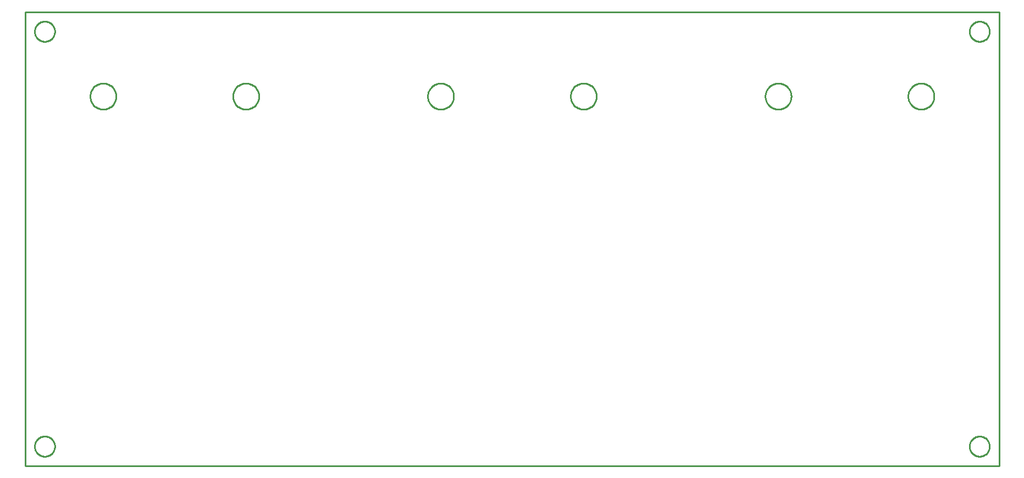
<source format=gbr>
G04 EAGLE Gerber RS-274X export*
G75*
%MOMM*%
%FSLAX34Y34*%
%LPD*%
%IN*%
%IPPOS*%
%AMOC8*
5,1,8,0,0,1.08239X$1,22.5*%
G01*
%ADD10C,0.254000*%


D10*
X0Y0D02*
X1500000Y0D01*
X1500000Y700000D01*
X0Y700000D01*
X0Y0D01*
X45500Y669446D02*
X45421Y668342D01*
X45263Y667246D01*
X45028Y666164D01*
X44716Y665102D01*
X44329Y664065D01*
X43869Y663058D01*
X43339Y662086D01*
X42740Y661154D01*
X42077Y660268D01*
X41352Y659431D01*
X40569Y658648D01*
X39732Y657923D01*
X38846Y657260D01*
X37914Y656661D01*
X36943Y656131D01*
X35935Y655671D01*
X34898Y655284D01*
X33836Y654972D01*
X32754Y654737D01*
X31658Y654579D01*
X30554Y654500D01*
X29446Y654500D01*
X28342Y654579D01*
X27246Y654737D01*
X26164Y654972D01*
X25102Y655284D01*
X24065Y655671D01*
X23058Y656131D01*
X22086Y656661D01*
X21154Y657260D01*
X20268Y657923D01*
X19431Y658648D01*
X18648Y659431D01*
X17923Y660268D01*
X17260Y661154D01*
X16661Y662086D01*
X16131Y663058D01*
X15671Y664065D01*
X15284Y665102D01*
X14972Y666164D01*
X14737Y667246D01*
X14579Y668342D01*
X14500Y669446D01*
X14500Y670554D01*
X14579Y671658D01*
X14737Y672754D01*
X14972Y673836D01*
X15284Y674898D01*
X15671Y675935D01*
X16131Y676943D01*
X16661Y677914D01*
X17260Y678846D01*
X17923Y679732D01*
X18648Y680569D01*
X19431Y681352D01*
X20268Y682077D01*
X21154Y682740D01*
X22086Y683339D01*
X23058Y683869D01*
X24065Y684329D01*
X25102Y684716D01*
X26164Y685028D01*
X27246Y685263D01*
X28342Y685421D01*
X29446Y685500D01*
X30554Y685500D01*
X31658Y685421D01*
X32754Y685263D01*
X33836Y685028D01*
X34898Y684716D01*
X35935Y684329D01*
X36943Y683869D01*
X37914Y683339D01*
X38846Y682740D01*
X39732Y682077D01*
X40569Y681352D01*
X41352Y680569D01*
X42077Y679732D01*
X42740Y678846D01*
X43339Y677914D01*
X43869Y676943D01*
X44329Y675935D01*
X44716Y674898D01*
X45028Y673836D01*
X45263Y672754D01*
X45421Y671658D01*
X45500Y670554D01*
X45500Y669446D01*
X45500Y29446D02*
X45421Y28342D01*
X45263Y27246D01*
X45028Y26164D01*
X44716Y25102D01*
X44329Y24065D01*
X43869Y23058D01*
X43339Y22086D01*
X42740Y21154D01*
X42077Y20268D01*
X41352Y19431D01*
X40569Y18648D01*
X39732Y17923D01*
X38846Y17260D01*
X37914Y16661D01*
X36943Y16131D01*
X35935Y15671D01*
X34898Y15284D01*
X33836Y14972D01*
X32754Y14737D01*
X31658Y14579D01*
X30554Y14500D01*
X29446Y14500D01*
X28342Y14579D01*
X27246Y14737D01*
X26164Y14972D01*
X25102Y15284D01*
X24065Y15671D01*
X23058Y16131D01*
X22086Y16661D01*
X21154Y17260D01*
X20268Y17923D01*
X19431Y18648D01*
X18648Y19431D01*
X17923Y20268D01*
X17260Y21154D01*
X16661Y22086D01*
X16131Y23058D01*
X15671Y24065D01*
X15284Y25102D01*
X14972Y26164D01*
X14737Y27246D01*
X14579Y28342D01*
X14500Y29446D01*
X14500Y30554D01*
X14579Y31658D01*
X14737Y32754D01*
X14972Y33836D01*
X15284Y34898D01*
X15671Y35935D01*
X16131Y36943D01*
X16661Y37914D01*
X17260Y38846D01*
X17923Y39732D01*
X18648Y40569D01*
X19431Y41352D01*
X20268Y42077D01*
X21154Y42740D01*
X22086Y43339D01*
X23058Y43869D01*
X24065Y44329D01*
X25102Y44716D01*
X26164Y45028D01*
X27246Y45263D01*
X28342Y45421D01*
X29446Y45500D01*
X30554Y45500D01*
X31658Y45421D01*
X32754Y45263D01*
X33836Y45028D01*
X34898Y44716D01*
X35935Y44329D01*
X36943Y43869D01*
X37914Y43339D01*
X38846Y42740D01*
X39732Y42077D01*
X40569Y41352D01*
X41352Y40569D01*
X42077Y39732D01*
X42740Y38846D01*
X43339Y37914D01*
X43869Y36943D01*
X44329Y35935D01*
X44716Y34898D01*
X45028Y33836D01*
X45263Y32754D01*
X45421Y31658D01*
X45500Y30554D01*
X45500Y29446D01*
X1485500Y669446D02*
X1485421Y668342D01*
X1485263Y667246D01*
X1485028Y666164D01*
X1484716Y665102D01*
X1484329Y664065D01*
X1483869Y663058D01*
X1483339Y662086D01*
X1482740Y661154D01*
X1482077Y660268D01*
X1481352Y659431D01*
X1480569Y658648D01*
X1479732Y657923D01*
X1478846Y657260D01*
X1477914Y656661D01*
X1476943Y656131D01*
X1475935Y655671D01*
X1474898Y655284D01*
X1473836Y654972D01*
X1472754Y654737D01*
X1471658Y654579D01*
X1470554Y654500D01*
X1469446Y654500D01*
X1468342Y654579D01*
X1467246Y654737D01*
X1466164Y654972D01*
X1465102Y655284D01*
X1464065Y655671D01*
X1463058Y656131D01*
X1462086Y656661D01*
X1461154Y657260D01*
X1460268Y657923D01*
X1459431Y658648D01*
X1458648Y659431D01*
X1457923Y660268D01*
X1457260Y661154D01*
X1456661Y662086D01*
X1456131Y663058D01*
X1455671Y664065D01*
X1455284Y665102D01*
X1454972Y666164D01*
X1454737Y667246D01*
X1454579Y668342D01*
X1454500Y669446D01*
X1454500Y670554D01*
X1454579Y671658D01*
X1454737Y672754D01*
X1454972Y673836D01*
X1455284Y674898D01*
X1455671Y675935D01*
X1456131Y676943D01*
X1456661Y677914D01*
X1457260Y678846D01*
X1457923Y679732D01*
X1458648Y680569D01*
X1459431Y681352D01*
X1460268Y682077D01*
X1461154Y682740D01*
X1462086Y683339D01*
X1463058Y683869D01*
X1464065Y684329D01*
X1465102Y684716D01*
X1466164Y685028D01*
X1467246Y685263D01*
X1468342Y685421D01*
X1469446Y685500D01*
X1470554Y685500D01*
X1471658Y685421D01*
X1472754Y685263D01*
X1473836Y685028D01*
X1474898Y684716D01*
X1475935Y684329D01*
X1476943Y683869D01*
X1477914Y683339D01*
X1478846Y682740D01*
X1479732Y682077D01*
X1480569Y681352D01*
X1481352Y680569D01*
X1482077Y679732D01*
X1482740Y678846D01*
X1483339Y677914D01*
X1483869Y676943D01*
X1484329Y675935D01*
X1484716Y674898D01*
X1485028Y673836D01*
X1485263Y672754D01*
X1485421Y671658D01*
X1485500Y670554D01*
X1485500Y669446D01*
X1485500Y29446D02*
X1485421Y28342D01*
X1485263Y27246D01*
X1485028Y26164D01*
X1484716Y25102D01*
X1484329Y24065D01*
X1483869Y23058D01*
X1483339Y22086D01*
X1482740Y21154D01*
X1482077Y20268D01*
X1481352Y19431D01*
X1480569Y18648D01*
X1479732Y17923D01*
X1478846Y17260D01*
X1477914Y16661D01*
X1476943Y16131D01*
X1475935Y15671D01*
X1474898Y15284D01*
X1473836Y14972D01*
X1472754Y14737D01*
X1471658Y14579D01*
X1470554Y14500D01*
X1469446Y14500D01*
X1468342Y14579D01*
X1467246Y14737D01*
X1466164Y14972D01*
X1465102Y15284D01*
X1464065Y15671D01*
X1463058Y16131D01*
X1462086Y16661D01*
X1461154Y17260D01*
X1460268Y17923D01*
X1459431Y18648D01*
X1458648Y19431D01*
X1457923Y20268D01*
X1457260Y21154D01*
X1456661Y22086D01*
X1456131Y23058D01*
X1455671Y24065D01*
X1455284Y25102D01*
X1454972Y26164D01*
X1454737Y27246D01*
X1454579Y28342D01*
X1454500Y29446D01*
X1454500Y30554D01*
X1454579Y31658D01*
X1454737Y32754D01*
X1454972Y33836D01*
X1455284Y34898D01*
X1455671Y35935D01*
X1456131Y36943D01*
X1456661Y37914D01*
X1457260Y38846D01*
X1457923Y39732D01*
X1458648Y40569D01*
X1459431Y41352D01*
X1460268Y42077D01*
X1461154Y42740D01*
X1462086Y43339D01*
X1463058Y43869D01*
X1464065Y44329D01*
X1465102Y44716D01*
X1466164Y45028D01*
X1467246Y45263D01*
X1468342Y45421D01*
X1469446Y45500D01*
X1470554Y45500D01*
X1471658Y45421D01*
X1472754Y45263D01*
X1473836Y45028D01*
X1474898Y44716D01*
X1475935Y44329D01*
X1476943Y43869D01*
X1477914Y43339D01*
X1478846Y42740D01*
X1479732Y42077D01*
X1480569Y41352D01*
X1481352Y40569D01*
X1482077Y39732D01*
X1482740Y38846D01*
X1483339Y37914D01*
X1483869Y36943D01*
X1484329Y35935D01*
X1484716Y34898D01*
X1485028Y33836D01*
X1485263Y32754D01*
X1485421Y31658D01*
X1485500Y30554D01*
X1485500Y29446D01*
X140000Y569396D02*
X139927Y568189D01*
X139781Y566989D01*
X139563Y565800D01*
X139274Y564627D01*
X138915Y563473D01*
X138486Y562343D01*
X137990Y561241D01*
X137428Y560170D01*
X136803Y559136D01*
X136116Y558141D01*
X135371Y557190D01*
X134569Y556285D01*
X133715Y555431D01*
X132810Y554629D01*
X131859Y553884D01*
X130864Y553197D01*
X129830Y552572D01*
X128759Y552010D01*
X127657Y551514D01*
X126527Y551085D01*
X125373Y550726D01*
X124200Y550437D01*
X123011Y550219D01*
X121811Y550073D01*
X120604Y550000D01*
X119396Y550000D01*
X118189Y550073D01*
X116989Y550219D01*
X115800Y550437D01*
X114627Y550726D01*
X113473Y551085D01*
X112343Y551514D01*
X111241Y552010D01*
X110170Y552572D01*
X109136Y553197D01*
X108141Y553884D01*
X107190Y554629D01*
X106285Y555431D01*
X105431Y556285D01*
X104629Y557190D01*
X103884Y558141D01*
X103197Y559136D01*
X102572Y560170D01*
X102010Y561241D01*
X101514Y562343D01*
X101085Y563473D01*
X100726Y564627D01*
X100437Y565800D01*
X100219Y566989D01*
X100073Y568189D01*
X100000Y569396D01*
X100000Y570604D01*
X100073Y571811D01*
X100219Y573011D01*
X100437Y574200D01*
X100726Y575373D01*
X101085Y576527D01*
X101514Y577657D01*
X102010Y578759D01*
X102572Y579830D01*
X103197Y580864D01*
X103884Y581859D01*
X104629Y582810D01*
X105431Y583715D01*
X106285Y584569D01*
X107190Y585371D01*
X108141Y586116D01*
X109136Y586803D01*
X110170Y587428D01*
X111241Y587990D01*
X112343Y588486D01*
X113473Y588915D01*
X114627Y589274D01*
X115800Y589563D01*
X116989Y589781D01*
X118189Y589927D01*
X119396Y590000D01*
X120604Y590000D01*
X121811Y589927D01*
X123011Y589781D01*
X124200Y589563D01*
X125373Y589274D01*
X126527Y588915D01*
X127657Y588486D01*
X128759Y587990D01*
X129830Y587428D01*
X130864Y586803D01*
X131859Y586116D01*
X132810Y585371D01*
X133715Y584569D01*
X134569Y583715D01*
X135371Y582810D01*
X136116Y581859D01*
X136803Y580864D01*
X137428Y579830D01*
X137990Y578759D01*
X138486Y577657D01*
X138915Y576527D01*
X139274Y575373D01*
X139563Y574200D01*
X139781Y573011D01*
X139927Y571811D01*
X140000Y570604D01*
X140000Y569396D01*
X360000Y569396D02*
X359927Y568189D01*
X359781Y566989D01*
X359563Y565800D01*
X359274Y564627D01*
X358915Y563473D01*
X358486Y562343D01*
X357990Y561241D01*
X357428Y560170D01*
X356803Y559136D01*
X356116Y558141D01*
X355371Y557190D01*
X354569Y556285D01*
X353715Y555431D01*
X352810Y554629D01*
X351859Y553884D01*
X350864Y553197D01*
X349830Y552572D01*
X348759Y552010D01*
X347657Y551514D01*
X346527Y551085D01*
X345373Y550726D01*
X344200Y550437D01*
X343011Y550219D01*
X341811Y550073D01*
X340604Y550000D01*
X339396Y550000D01*
X338189Y550073D01*
X336989Y550219D01*
X335800Y550437D01*
X334627Y550726D01*
X333473Y551085D01*
X332343Y551514D01*
X331241Y552010D01*
X330170Y552572D01*
X329136Y553197D01*
X328141Y553884D01*
X327190Y554629D01*
X326285Y555431D01*
X325431Y556285D01*
X324629Y557190D01*
X323884Y558141D01*
X323197Y559136D01*
X322572Y560170D01*
X322010Y561241D01*
X321514Y562343D01*
X321085Y563473D01*
X320726Y564627D01*
X320437Y565800D01*
X320219Y566989D01*
X320073Y568189D01*
X320000Y569396D01*
X320000Y570604D01*
X320073Y571811D01*
X320219Y573011D01*
X320437Y574200D01*
X320726Y575373D01*
X321085Y576527D01*
X321514Y577657D01*
X322010Y578759D01*
X322572Y579830D01*
X323197Y580864D01*
X323884Y581859D01*
X324629Y582810D01*
X325431Y583715D01*
X326285Y584569D01*
X327190Y585371D01*
X328141Y586116D01*
X329136Y586803D01*
X330170Y587428D01*
X331241Y587990D01*
X332343Y588486D01*
X333473Y588915D01*
X334627Y589274D01*
X335800Y589563D01*
X336989Y589781D01*
X338189Y589927D01*
X339396Y590000D01*
X340604Y590000D01*
X341811Y589927D01*
X343011Y589781D01*
X344200Y589563D01*
X345373Y589274D01*
X346527Y588915D01*
X347657Y588486D01*
X348759Y587990D01*
X349830Y587428D01*
X350864Y586803D01*
X351859Y586116D01*
X352810Y585371D01*
X353715Y584569D01*
X354569Y583715D01*
X355371Y582810D01*
X356116Y581859D01*
X356803Y580864D01*
X357428Y579830D01*
X357990Y578759D01*
X358486Y577657D01*
X358915Y576527D01*
X359274Y575373D01*
X359563Y574200D01*
X359781Y573011D01*
X359927Y571811D01*
X360000Y570604D01*
X360000Y569396D01*
X660000Y569396D02*
X659927Y568189D01*
X659781Y566989D01*
X659563Y565800D01*
X659274Y564627D01*
X658915Y563473D01*
X658486Y562343D01*
X657990Y561241D01*
X657428Y560170D01*
X656803Y559136D01*
X656116Y558141D01*
X655371Y557190D01*
X654569Y556285D01*
X653715Y555431D01*
X652810Y554629D01*
X651859Y553884D01*
X650864Y553197D01*
X649830Y552572D01*
X648759Y552010D01*
X647657Y551514D01*
X646527Y551085D01*
X645373Y550726D01*
X644200Y550437D01*
X643011Y550219D01*
X641811Y550073D01*
X640604Y550000D01*
X639396Y550000D01*
X638189Y550073D01*
X636989Y550219D01*
X635800Y550437D01*
X634627Y550726D01*
X633473Y551085D01*
X632343Y551514D01*
X631241Y552010D01*
X630170Y552572D01*
X629136Y553197D01*
X628141Y553884D01*
X627190Y554629D01*
X626285Y555431D01*
X625431Y556285D01*
X624629Y557190D01*
X623884Y558141D01*
X623197Y559136D01*
X622572Y560170D01*
X622010Y561241D01*
X621514Y562343D01*
X621085Y563473D01*
X620726Y564627D01*
X620437Y565800D01*
X620219Y566989D01*
X620073Y568189D01*
X620000Y569396D01*
X620000Y570604D01*
X620073Y571811D01*
X620219Y573011D01*
X620437Y574200D01*
X620726Y575373D01*
X621085Y576527D01*
X621514Y577657D01*
X622010Y578759D01*
X622572Y579830D01*
X623197Y580864D01*
X623884Y581859D01*
X624629Y582810D01*
X625431Y583715D01*
X626285Y584569D01*
X627190Y585371D01*
X628141Y586116D01*
X629136Y586803D01*
X630170Y587428D01*
X631241Y587990D01*
X632343Y588486D01*
X633473Y588915D01*
X634627Y589274D01*
X635800Y589563D01*
X636989Y589781D01*
X638189Y589927D01*
X639396Y590000D01*
X640604Y590000D01*
X641811Y589927D01*
X643011Y589781D01*
X644200Y589563D01*
X645373Y589274D01*
X646527Y588915D01*
X647657Y588486D01*
X648759Y587990D01*
X649830Y587428D01*
X650864Y586803D01*
X651859Y586116D01*
X652810Y585371D01*
X653715Y584569D01*
X654569Y583715D01*
X655371Y582810D01*
X656116Y581859D01*
X656803Y580864D01*
X657428Y579830D01*
X657990Y578759D01*
X658486Y577657D01*
X658915Y576527D01*
X659274Y575373D01*
X659563Y574200D01*
X659781Y573011D01*
X659927Y571811D01*
X660000Y570604D01*
X660000Y569396D01*
X880000Y569396D02*
X879927Y568189D01*
X879781Y566989D01*
X879563Y565800D01*
X879274Y564627D01*
X878915Y563473D01*
X878486Y562343D01*
X877990Y561241D01*
X877428Y560170D01*
X876803Y559136D01*
X876116Y558141D01*
X875371Y557190D01*
X874569Y556285D01*
X873715Y555431D01*
X872810Y554629D01*
X871859Y553884D01*
X870864Y553197D01*
X869830Y552572D01*
X868759Y552010D01*
X867657Y551514D01*
X866527Y551085D01*
X865373Y550726D01*
X864200Y550437D01*
X863011Y550219D01*
X861811Y550073D01*
X860604Y550000D01*
X859396Y550000D01*
X858189Y550073D01*
X856989Y550219D01*
X855800Y550437D01*
X854627Y550726D01*
X853473Y551085D01*
X852343Y551514D01*
X851241Y552010D01*
X850170Y552572D01*
X849136Y553197D01*
X848141Y553884D01*
X847190Y554629D01*
X846285Y555431D01*
X845431Y556285D01*
X844629Y557190D01*
X843884Y558141D01*
X843197Y559136D01*
X842572Y560170D01*
X842010Y561241D01*
X841514Y562343D01*
X841085Y563473D01*
X840726Y564627D01*
X840437Y565800D01*
X840219Y566989D01*
X840073Y568189D01*
X840000Y569396D01*
X840000Y570604D01*
X840073Y571811D01*
X840219Y573011D01*
X840437Y574200D01*
X840726Y575373D01*
X841085Y576527D01*
X841514Y577657D01*
X842010Y578759D01*
X842572Y579830D01*
X843197Y580864D01*
X843884Y581859D01*
X844629Y582810D01*
X845431Y583715D01*
X846285Y584569D01*
X847190Y585371D01*
X848141Y586116D01*
X849136Y586803D01*
X850170Y587428D01*
X851241Y587990D01*
X852343Y588486D01*
X853473Y588915D01*
X854627Y589274D01*
X855800Y589563D01*
X856989Y589781D01*
X858189Y589927D01*
X859396Y590000D01*
X860604Y590000D01*
X861811Y589927D01*
X863011Y589781D01*
X864200Y589563D01*
X865373Y589274D01*
X866527Y588915D01*
X867657Y588486D01*
X868759Y587990D01*
X869830Y587428D01*
X870864Y586803D01*
X871859Y586116D01*
X872810Y585371D01*
X873715Y584569D01*
X874569Y583715D01*
X875371Y582810D01*
X876116Y581859D01*
X876803Y580864D01*
X877428Y579830D01*
X877990Y578759D01*
X878486Y577657D01*
X878915Y576527D01*
X879274Y575373D01*
X879563Y574200D01*
X879781Y573011D01*
X879927Y571811D01*
X880000Y570604D01*
X880000Y569396D01*
X1180000Y569396D02*
X1179927Y568189D01*
X1179781Y566989D01*
X1179563Y565800D01*
X1179274Y564627D01*
X1178915Y563473D01*
X1178486Y562343D01*
X1177990Y561241D01*
X1177428Y560170D01*
X1176803Y559136D01*
X1176116Y558141D01*
X1175371Y557190D01*
X1174569Y556285D01*
X1173715Y555431D01*
X1172810Y554629D01*
X1171859Y553884D01*
X1170864Y553197D01*
X1169830Y552572D01*
X1168759Y552010D01*
X1167657Y551514D01*
X1166527Y551085D01*
X1165373Y550726D01*
X1164200Y550437D01*
X1163011Y550219D01*
X1161811Y550073D01*
X1160604Y550000D01*
X1159396Y550000D01*
X1158189Y550073D01*
X1156989Y550219D01*
X1155800Y550437D01*
X1154627Y550726D01*
X1153473Y551085D01*
X1152343Y551514D01*
X1151241Y552010D01*
X1150170Y552572D01*
X1149136Y553197D01*
X1148141Y553884D01*
X1147190Y554629D01*
X1146285Y555431D01*
X1145431Y556285D01*
X1144629Y557190D01*
X1143884Y558141D01*
X1143197Y559136D01*
X1142572Y560170D01*
X1142010Y561241D01*
X1141514Y562343D01*
X1141085Y563473D01*
X1140726Y564627D01*
X1140437Y565800D01*
X1140219Y566989D01*
X1140073Y568189D01*
X1140000Y569396D01*
X1140000Y570604D01*
X1140073Y571811D01*
X1140219Y573011D01*
X1140437Y574200D01*
X1140726Y575373D01*
X1141085Y576527D01*
X1141514Y577657D01*
X1142010Y578759D01*
X1142572Y579830D01*
X1143197Y580864D01*
X1143884Y581859D01*
X1144629Y582810D01*
X1145431Y583715D01*
X1146285Y584569D01*
X1147190Y585371D01*
X1148141Y586116D01*
X1149136Y586803D01*
X1150170Y587428D01*
X1151241Y587990D01*
X1152343Y588486D01*
X1153473Y588915D01*
X1154627Y589274D01*
X1155800Y589563D01*
X1156989Y589781D01*
X1158189Y589927D01*
X1159396Y590000D01*
X1160604Y590000D01*
X1161811Y589927D01*
X1163011Y589781D01*
X1164200Y589563D01*
X1165373Y589274D01*
X1166527Y588915D01*
X1167657Y588486D01*
X1168759Y587990D01*
X1169830Y587428D01*
X1170864Y586803D01*
X1171859Y586116D01*
X1172810Y585371D01*
X1173715Y584569D01*
X1174569Y583715D01*
X1175371Y582810D01*
X1176116Y581859D01*
X1176803Y580864D01*
X1177428Y579830D01*
X1177990Y578759D01*
X1178486Y577657D01*
X1178915Y576527D01*
X1179274Y575373D01*
X1179563Y574200D01*
X1179781Y573011D01*
X1179927Y571811D01*
X1180000Y570604D01*
X1180000Y569396D01*
X1400000Y569396D02*
X1399927Y568189D01*
X1399781Y566989D01*
X1399563Y565800D01*
X1399274Y564627D01*
X1398915Y563473D01*
X1398486Y562343D01*
X1397990Y561241D01*
X1397428Y560170D01*
X1396803Y559136D01*
X1396116Y558141D01*
X1395371Y557190D01*
X1394569Y556285D01*
X1393715Y555431D01*
X1392810Y554629D01*
X1391859Y553884D01*
X1390864Y553197D01*
X1389830Y552572D01*
X1388759Y552010D01*
X1387657Y551514D01*
X1386527Y551085D01*
X1385373Y550726D01*
X1384200Y550437D01*
X1383011Y550219D01*
X1381811Y550073D01*
X1380604Y550000D01*
X1379396Y550000D01*
X1378189Y550073D01*
X1376989Y550219D01*
X1375800Y550437D01*
X1374627Y550726D01*
X1373473Y551085D01*
X1372343Y551514D01*
X1371241Y552010D01*
X1370170Y552572D01*
X1369136Y553197D01*
X1368141Y553884D01*
X1367190Y554629D01*
X1366285Y555431D01*
X1365431Y556285D01*
X1364629Y557190D01*
X1363884Y558141D01*
X1363197Y559136D01*
X1362572Y560170D01*
X1362010Y561241D01*
X1361514Y562343D01*
X1361085Y563473D01*
X1360726Y564627D01*
X1360437Y565800D01*
X1360219Y566989D01*
X1360073Y568189D01*
X1360000Y569396D01*
X1360000Y570604D01*
X1360073Y571811D01*
X1360219Y573011D01*
X1360437Y574200D01*
X1360726Y575373D01*
X1361085Y576527D01*
X1361514Y577657D01*
X1362010Y578759D01*
X1362572Y579830D01*
X1363197Y580864D01*
X1363884Y581859D01*
X1364629Y582810D01*
X1365431Y583715D01*
X1366285Y584569D01*
X1367190Y585371D01*
X1368141Y586116D01*
X1369136Y586803D01*
X1370170Y587428D01*
X1371241Y587990D01*
X1372343Y588486D01*
X1373473Y588915D01*
X1374627Y589274D01*
X1375800Y589563D01*
X1376989Y589781D01*
X1378189Y589927D01*
X1379396Y590000D01*
X1380604Y590000D01*
X1381811Y589927D01*
X1383011Y589781D01*
X1384200Y589563D01*
X1385373Y589274D01*
X1386527Y588915D01*
X1387657Y588486D01*
X1388759Y587990D01*
X1389830Y587428D01*
X1390864Y586803D01*
X1391859Y586116D01*
X1392810Y585371D01*
X1393715Y584569D01*
X1394569Y583715D01*
X1395371Y582810D01*
X1396116Y581859D01*
X1396803Y580864D01*
X1397428Y579830D01*
X1397990Y578759D01*
X1398486Y577657D01*
X1398915Y576527D01*
X1399274Y575373D01*
X1399563Y574200D01*
X1399781Y573011D01*
X1399927Y571811D01*
X1400000Y570604D01*
X1400000Y569396D01*
M02*

</source>
